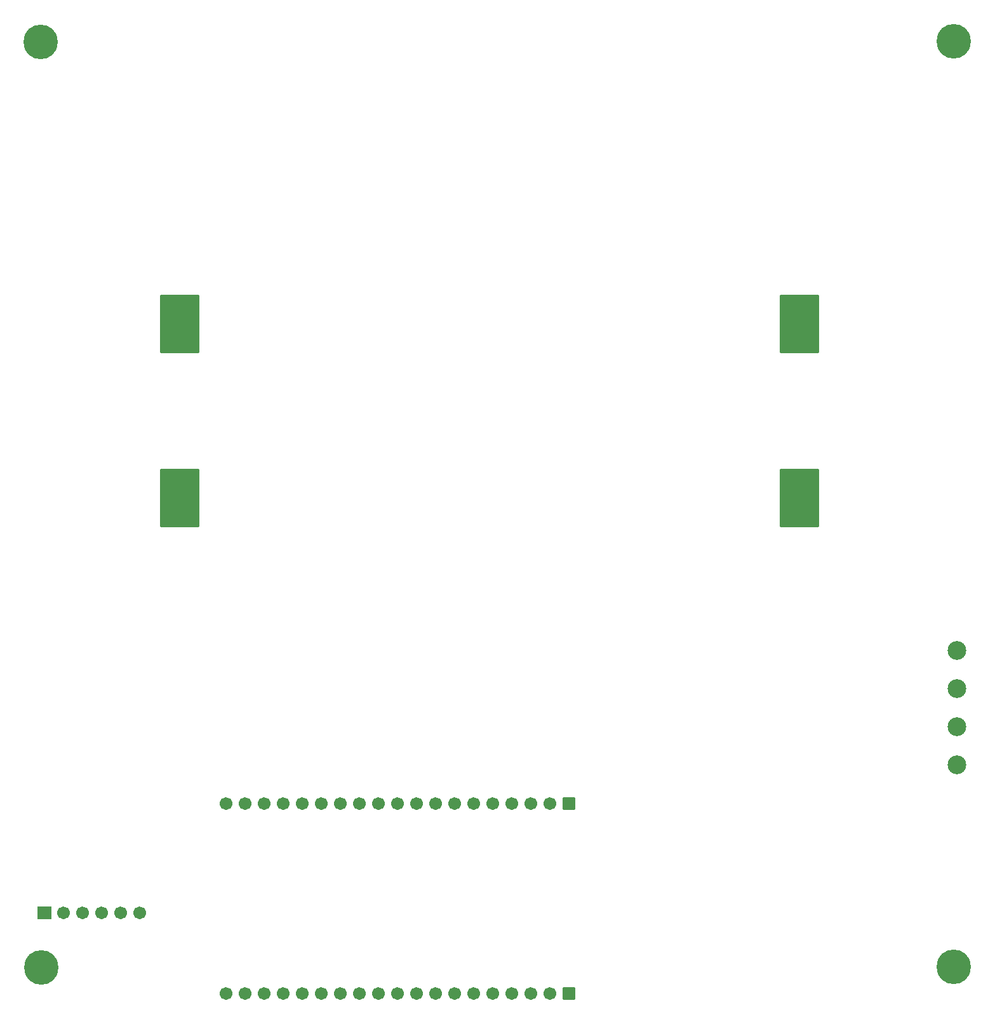
<source format=gts>
G04 Layer: TopSolderMaskLayer*
G04 EasyEDA v6.5.22, 2023-02-22 15:15:05*
G04 640daacfa6c848ee808a15bd8ce7c787,ef4dac4c239f4a7f90591e71bd1ece2f,10*
G04 Gerber Generator version 0.2*
G04 Scale: 100 percent, Rotated: No, Reflected: No *
G04 Dimensions in inches *
G04 leading zeros omitted , absolute positions ,3 integer and 6 decimal *
%FSLAX36Y36*%
%MOIN*%

%AMMACRO1*1,1,$1,$2,$3*1,1,$1,$4,$5*1,1,$1,0-$2,0-$3*1,1,$1,0-$4,0-$5*20,1,$1,$2,$3,$4,$5,0*20,1,$1,$4,$5,0-$2,0-$3,0*20,1,$1,0-$2,0-$3,0-$4,0-$5,0*20,1,$1,0-$4,0-$5,$2,$3,0*4,1,4,$2,$3,$4,$5,0-$2,0-$3,0-$4,0-$5,$2,$3,0*%
%ADD10C,0.0670*%
%ADD11MACRO1,0.004X-0.0354X0.0315X0.0354X0.0315*%
%ADD12MACRO1,0.004X0.0315X-0.0315X-0.0315X-0.0315*%
%ADD13C,0.0985*%
%ADD14MACRO1,0.004X-0.1X-0.15X-0.1X0.15*%
%ADD15MACRO1,0.004X0.1X0.15X0.1X-0.15*%
%ADD16C,0.1812*%

%LPD*%
D10*
G01*
X-496999Y-192999D03*
G01*
X-596999Y-192999D03*
G01*
X-696999Y-192999D03*
G01*
X-796999Y-192999D03*
G01*
X-896999Y-192999D03*
D11*
G01*
X-996999Y-192999D03*
D10*
G01*
X-40999Y381000D03*
G01*
X59000Y381000D03*
G01*
X159000Y381000D03*
G01*
X259000Y381000D03*
G01*
X359000Y381000D03*
G01*
X459000Y381000D03*
G01*
X559000Y381000D03*
G01*
X659000Y381000D03*
G01*
X759000Y381000D03*
G01*
X859000Y381000D03*
G01*
X959000Y381000D03*
G01*
X1059000Y381000D03*
G01*
X1159000Y381000D03*
G01*
X1259000Y381000D03*
G01*
X1359000Y381000D03*
G01*
X1459000Y381000D03*
G01*
X1559000Y381000D03*
G01*
X1659000Y381000D03*
D12*
G01*
X1758998Y380998D03*
D10*
G01*
X-40999Y-613999D03*
G01*
X59000Y-613999D03*
G01*
X159000Y-613999D03*
G01*
X259000Y-613999D03*
G01*
X359000Y-613999D03*
G01*
X459000Y-613999D03*
G01*
X559000Y-613999D03*
G01*
X659000Y-613999D03*
G01*
X759000Y-613999D03*
G01*
X859000Y-613999D03*
G01*
X959000Y-613999D03*
G01*
X1059000Y-613999D03*
G01*
X1159000Y-613999D03*
G01*
X1259000Y-613999D03*
G01*
X1359000Y-613999D03*
G01*
X1459000Y-613999D03*
G01*
X1559000Y-613999D03*
G01*
X1659000Y-613999D03*
D12*
G01*
X1759000Y-613999D03*
D13*
G01*
X3796000Y585000D03*
G01*
X3796000Y785000D03*
G01*
X3796000Y985000D03*
G01*
X3796000Y1185000D03*
D14*
G01*
X2968500Y1985000D03*
G01*
X-284499Y1985000D03*
D15*
G01*
X-285499Y2897000D03*
G01*
X2967500Y2897000D03*
D16*
G01*
X3778000Y4380000D03*
G01*
X-1013999Y4377000D03*
G01*
X-1012999Y-478999D03*
G01*
X3779000Y-476999D03*
M02*

</source>
